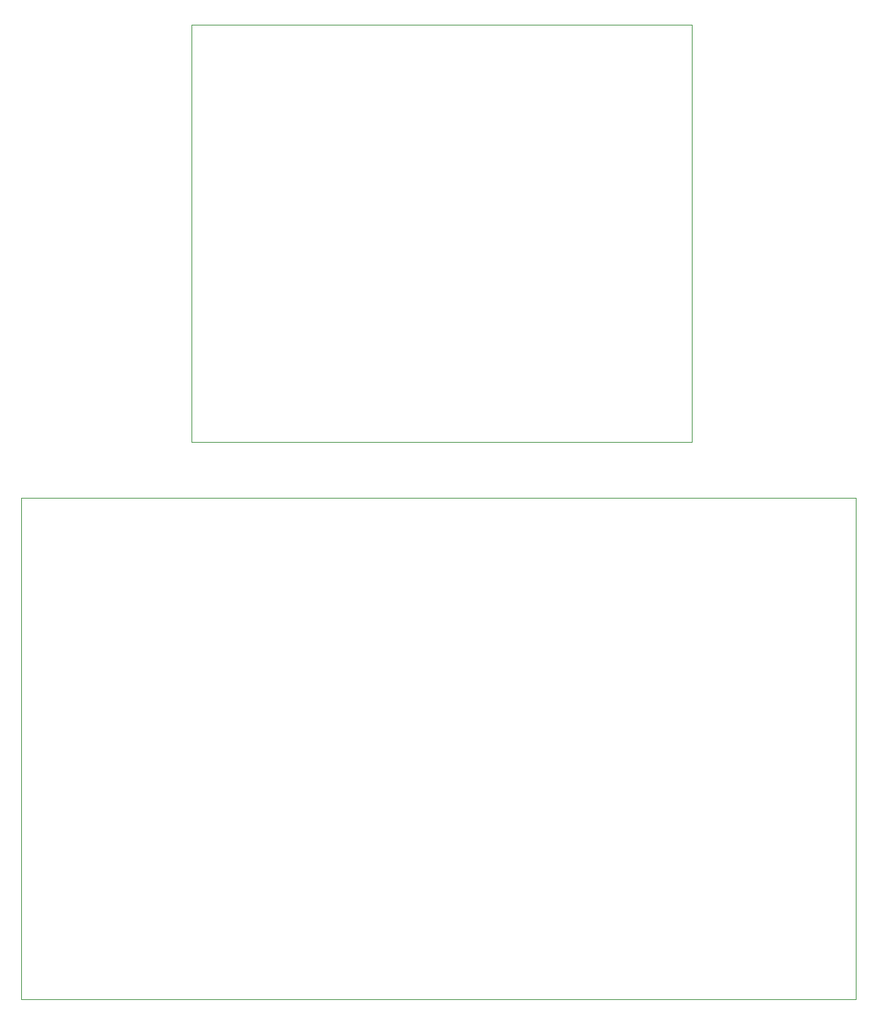
<source format=gbr>
%TF.GenerationSoftware,KiCad,Pcbnew,8.0.6*%
%TF.CreationDate,2025-07-11T21:39:04-04:00*%
%TF.ProjectId,receiver,72656365-6976-4657-922e-6b696361645f,rev?*%
%TF.SameCoordinates,Original*%
%TF.FileFunction,Profile,NP*%
%FSLAX46Y46*%
G04 Gerber Fmt 4.6, Leading zero omitted, Abs format (unit mm)*
G04 Created by KiCad (PCBNEW 8.0.6) date 2025-07-11 21:39:04*
%MOMM*%
%LPD*%
G01*
G04 APERTURE LIST*
%TA.AperFunction,Profile*%
%ADD10C,0.100000*%
%TD*%
G04 APERTURE END LIST*
D10*
X105430227Y-95545227D02*
X205430227Y-95545227D01*
X205430227Y-155545227D01*
X105430227Y-155545227D01*
X105430227Y-95545227D01*
X125781509Y-38862450D02*
X185781509Y-38862450D01*
X185781509Y-88862450D01*
X125781509Y-88862450D01*
X125781509Y-38862450D01*
M02*

</source>
